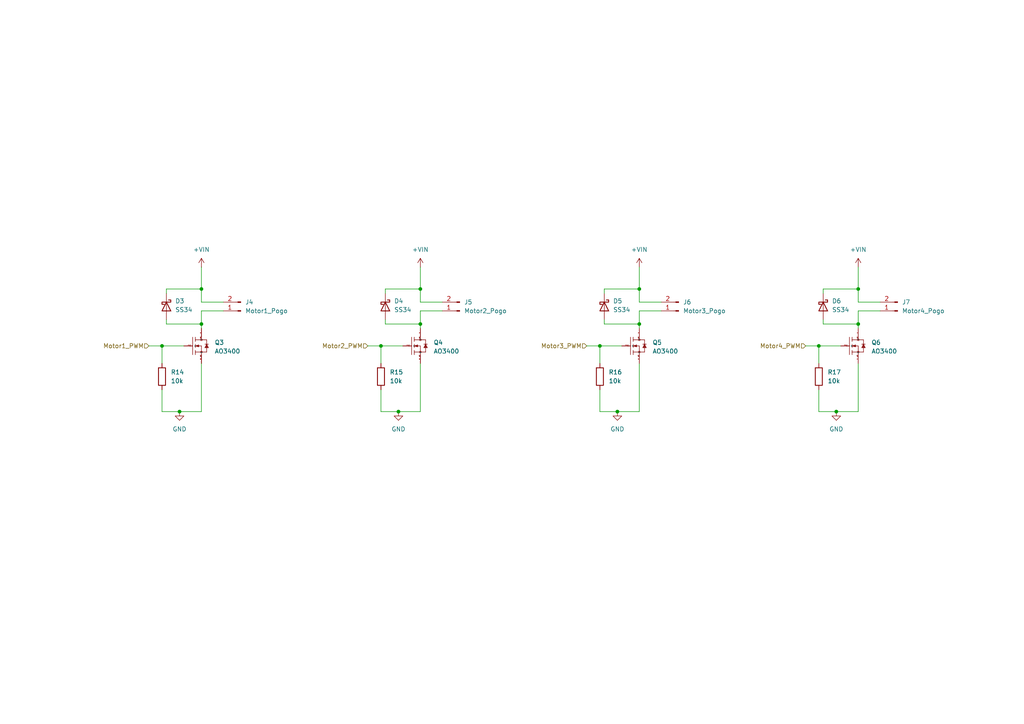
<source format=kicad_sch>
(kicad_sch (version 20250114) (generator "eeschema") (generator_version "9.0")
  (paper "A4")
  (title_block (title "Motor Driver Interface") (comment 1 "Anawach A."))
  (lib_symbols
    (symbol "Connector:Conn_01x02_Pin" (pin_names (offset 1.016) (hide yes))
      (property "Reference" "J" (at 0 2.54 0))
      (property "Value" "Conn_01x02_Pin" (at 0 -5.08 0))
      (symbol "Conn_01x02_Pin_1_1"
        (rectangle (start 0.8636 0.127) (end 0 -0.127) (stroke (width 0.1524)) (fill (type outline)))
        (rectangle (start 0.8636 -2.413) (end 0 -2.667) (stroke (width 0.1524)) (fill (type outline)))
        (polyline (pts (xy 1.27 0) (xy 0.8636 0)) (stroke (width 0.1524)))
        (polyline (pts (xy 1.27 -2.54) (xy 0.8636 -2.54)) (stroke (width 0.1524)))
        (pin passive line (at 5.08 0 180) (length 3.81) (name "Pin_1") (number "1"))
        (pin passive line (at 5.08 -2.54 180) (length 3.81) (name "Pin_2") (number "2"))
      )
    )
    (symbol "Device:R" (pin_numbers (hide yes)) (pin_names (offset 0))
      (property "Reference" "R" (at 2.032 0 90))
      (property "Value" "R" (at 0 0 90))
      (symbol "R_0_1"
        (rectangle (start -1.016 -2.54) (end 1.016 2.54) (stroke (width 0.254)))
      )
      (symbol "R_1_1"
        (pin passive line (at 0 3.81 270) (length 1.27) (name "~") (number "1"))
        (pin passive line (at 0 -3.81 90) (length 1.27) (name "~") (number "2"))
      )
    )
    (symbol "Diode:SS34" (pin_numbers (hide yes)) (pin_names (offset 1.016) (hide yes))
      (property "Reference" "D" (at 0 2.54 0))
      (property "Value" "SS34" (at 0 -2.54 0))
      (symbol "SS34_0_1"
        (polyline (pts (xy -1.905 0.635) (xy -1.905 1.27) (xy -1.27 1.27) (xy -1.27 -1.27) (xy -0.635 -1.27) (xy -0.635 -0.635)) (stroke (width 0.254)))
        (polyline (pts (xy 1.27 1.27) (xy 1.27 -1.27) (xy -1.27 0) (xy 1.27 1.27)) (stroke (width 0.254)))
        (polyline (pts (xy 1.27 0) (xy -1.27 0)))
      )
      (symbol "SS34_1_1"
        (pin passive line (at -3.81 0 0) (length 2.54) (name "K") (number "1"))
        (pin passive line (at 3.81 0 180) (length 2.54) (name "A") (number "2"))
      )
    )
    (symbol "mini_drone:AO3400"
      (property "Reference" "Q" (at 0 0 0))
      (property "Value" "AO3400" (at 0 0 0))
      (symbol "AO3400_1_0"
        (polyline (pts (xy 0 2.54) (xy 0 -2.54)))
        (polyline (pts (xy 0.762 2.54) (xy 0.762 1.778)))
        (polyline (pts (xy 0.762 1.778) (xy 0.762 1.27)))
        (polyline (pts (xy 0.762 1.778) (xy 4.064 1.778) (xy 4.064 1.778) (xy 4.064 1.778)))
        (polyline (pts (xy 0.762 0.508) (xy 0.762 0)))
        (polyline (pts (xy 0.762 0) (xy 0.762 -0.508)))
        (polyline (pts (xy 0.762 0) (xy 1.778 0.254)))
        (polyline (pts (xy 0.762 0) (xy 1.778 -0.254)))
        (polyline (pts (xy 0.762 -1.778) (xy 0.762 -1.27)))
        (polyline (pts (xy 0.762 -1.778) (xy 2.54 -1.778)))
        (polyline (pts (xy 0.762 -2.54) (xy 0.762 -1.778)))
        (polyline (pts (xy 1.016 0) (xy 0.762 0)))
        (polyline (pts (xy 1.016 0) (xy 1.778 -0.254)))
        (polyline (pts (xy 1.016 0) (xy 2.54 0)))
        (polyline (pts (xy 1.778 0.254) (xy 1.016 0)))
        (polyline (pts (xy 1.778 -0.254) (xy 1.27 0)))
        (polyline (pts (xy 1.778 -0.254) (xy 1.778 0.254)))
        (polyline (pts (xy 2.54 2.54) (xy 2.54 1.778)))
        (circle (center 2.54 1.778) (radius 0.254))
        (polyline (pts (xy 2.54 0) (xy 2.54 -1.778)))
        (polyline (pts (xy 2.54 -1.778) (xy 2.54 -2.54)))
        (circle (center 2.54 -1.778) (radius 0.254))
        (polyline (pts (xy 3.556 -0.508) (xy 4.064 0.508)))
        (polyline (pts (xy 3.81 -0.508) (xy 3.556 -0.508)))
        (polyline (pts (xy 4.064 1.778) (xy 4.064 0)))
        (polyline (pts (xy 4.064 0.508) (xy 3.556 0.508)))
        (polyline (pts (xy 4.064 0.508) (xy 4.572 -0.508)))
        (polyline (pts (xy 4.064 0) (xy 3.81 -0.254)))
        (polyline (pts (xy 4.064 0) (xy 3.81 -0.508)))
        (polyline (pts (xy 4.064 0) (xy 4.064 0.508)))
        (polyline (pts (xy 4.064 -0.254) (xy 4.064 -1.778)))
        (polyline (pts (xy 4.064 -1.778) (xy 2.54 -1.778)))
        (polyline (pts (xy 4.318 -0.254) (xy 4.064 0)))
        (polyline (pts (xy 4.318 -0.508) (xy 3.81 -0.508)))
        (polyline (pts (xy 4.318 -0.508) (xy 4.064 0)))
        (polyline (pts (xy 4.572 0.508) (xy 4.064 0.508)))
        (polyline (pts (xy 4.572 -0.508) (xy 4.318 -0.508)))
        (text "G" (at -1.016 -0.1016 0) (effects (font (size 0.381 0.381)) (justify left bottom)))
        (text "D" (at 2.032 2.159 0) (effects (font (size 0.381 0.381)) (justify left bottom)))
        (text "S" (at 2.032 -3.1496 0) (effects (font (size 0.381 0.381)) (justify left bottom)))
        (pin unspecified line (at -2.54 0 0) (length 2.54) (name "G") (number "1"))
        (pin unspecified line (at 2.54 5.08 270) (length 2.54) (name "D") (number "3"))
        (pin unspecified line (at 2.54 -5.08 90) (length 2.54) (name "S") (number "2"))
      )
    )
    (symbol "power:+BATT" (power) (pin_numbers (hide yes)) (pin_names (offset 0) (hide yes))
      (property "Value" "+BATT" (at 0 3.556 0))
      (symbol "+BATT_0_1"
        (polyline (pts (xy -0.762 1.27) (xy 0 2.54)))
        (polyline (pts (xy 0 2.54) (xy 0.762 1.27)))
        (polyline (pts (xy 0 0) (xy 0 2.54)))
      )
      (symbol "+BATT_1_1"
        (pin power_in line (at 0 0 90) (length 0) (name "~") (number "1"))
      )
    )
    (symbol "power:GND" (power) (pin_numbers (hide yes)) (pin_names (offset 0) (hide yes))
      (property "Value" "GND" (at 0 -3.81 0))
      (symbol "GND_0_1"
        (polyline (pts (xy 0 0) (xy 0 -1.27) (xy 1.27 -1.27) (xy 0 -2.54) (xy -1.27 -1.27) (xy 0 -1.27)))
      )
      (symbol "GND_1_1"
        (pin power_in line (at 0 0 270) (length 0) (name "~") (number "1"))
      )
    )
  )
  (junction (at 58.42 93.98))
  (junction (at 115.57 119.38))
  (junction (at 185.42 83.82))
  (junction (at 52.07 119.38))
  (junction (at 248.92 93.98))
  (junction (at 242.57 119.38))
  (junction (at 46.99 100.33))
  (junction (at 248.92 83.82))
  (junction (at 179.07 119.38))
  (junction (at 237.49 100.33))
  (junction (at 121.92 83.82))
  (junction (at 110.49 100.33))
  (junction (at 173.99 100.33))
  (junction (at 58.42 83.82))
  (junction (at 185.42 93.98))
  (junction (at 121.92 93.98))
  (wire (pts (xy 111.76 83.82) (xy 121.92 83.82)))
  (wire (pts (xy 185.42 90.17) (xy 191.77 90.17)))
  (wire (pts (xy 173.99 100.33) (xy 173.99 105.41)))
  (wire (pts (xy 248.92 93.98) (xy 248.92 95.25)))
  (wire (pts (xy 58.42 93.98) (xy 58.42 95.25)))
  (wire (pts (xy 121.92 119.38) (xy 121.92 105.41)))
  (wire (pts (xy 121.92 90.17) (xy 121.92 93.98)))
  (wire (pts (xy 248.92 119.38) (xy 248.92 105.41)))
  (wire (pts (xy 58.42 90.17) (xy 58.42 93.98)))
  (wire (pts (xy 106.68 100.33) (xy 110.49 100.33)))
  (wire (pts (xy 111.76 93.98) (xy 121.92 93.98)))
  (wire (pts (xy 46.99 100.33) (xy 46.99 105.41)))
  (wire (pts (xy 110.49 100.33) (xy 116.84 100.33)))
  (wire (pts (xy 175.26 93.98) (xy 185.42 93.98)))
  (wire (pts (xy 238.76 93.98) (xy 248.92 93.98)))
  (wire (pts (xy 48.26 93.98) (xy 48.26 92.71)))
  (wire (pts (xy 255.27 87.63) (xy 248.92 87.63)))
  (wire (pts (xy 237.49 100.33) (xy 243.84 100.33)))
  (wire (pts (xy 111.76 85.09) (xy 111.76 83.82)))
  (wire (pts (xy 46.99 113.03) (xy 46.99 119.38)))
  (wire (pts (xy 238.76 93.98) (xy 238.76 92.71)))
  (wire (pts (xy 248.92 77.47) (xy 248.92 83.82)))
  (wire (pts (xy 173.99 100.33) (xy 180.34 100.33)))
  (wire (pts (xy 242.57 119.38) (xy 248.92 119.38)))
  (wire (pts (xy 110.49 119.38) (xy 115.57 119.38)))
  (wire (pts (xy 58.42 87.63) (xy 58.42 83.82)))
  (wire (pts (xy 170.18 100.33) (xy 173.99 100.33)))
  (wire (pts (xy 115.57 119.38) (xy 121.92 119.38)))
  (wire (pts (xy 48.26 85.09) (xy 48.26 83.82)))
  (wire (pts (xy 237.49 119.38) (xy 242.57 119.38)))
  (wire (pts (xy 173.99 113.03) (xy 173.99 119.38)))
  (wire (pts (xy 175.26 85.09) (xy 175.26 83.82)))
  (wire (pts (xy 185.42 119.38) (xy 185.42 105.41)))
  (wire (pts (xy 121.92 87.63) (xy 121.92 83.82)))
  (wire (pts (xy 58.42 119.38) (xy 58.42 105.41)))
  (wire (pts (xy 237.49 113.03) (xy 237.49 119.38)))
  (wire (pts (xy 233.68 100.33) (xy 237.49 100.33)))
  (wire (pts (xy 52.07 119.38) (xy 58.42 119.38)))
  (wire (pts (xy 110.49 100.33) (xy 110.49 105.41)))
  (wire (pts (xy 248.92 90.17) (xy 248.92 93.98)))
  (wire (pts (xy 43.18 100.33) (xy 46.99 100.33)))
  (wire (pts (xy 173.99 119.38) (xy 179.07 119.38)))
  (wire (pts (xy 110.49 113.03) (xy 110.49 119.38)))
  (wire (pts (xy 191.77 87.63) (xy 185.42 87.63)))
  (wire (pts (xy 58.42 90.17) (xy 64.77 90.17)))
  (wire (pts (xy 64.77 87.63) (xy 58.42 87.63)))
  (wire (pts (xy 58.42 77.47) (xy 58.42 83.82)))
  (wire (pts (xy 185.42 90.17) (xy 185.42 93.98)))
  (wire (pts (xy 238.76 85.09) (xy 238.76 83.82)))
  (wire (pts (xy 248.92 90.17) (xy 255.27 90.17)))
  (wire (pts (xy 48.26 93.98) (xy 58.42 93.98)))
  (wire (pts (xy 248.92 87.63) (xy 248.92 83.82)))
  (wire (pts (xy 175.26 83.82) (xy 185.42 83.82)))
  (wire (pts (xy 175.26 93.98) (xy 175.26 92.71)))
  (wire (pts (xy 46.99 100.33) (xy 53.34 100.33)))
  (wire (pts (xy 185.42 87.63) (xy 185.42 83.82)))
  (wire (pts (xy 237.49 100.33) (xy 237.49 105.41)))
  (wire (pts (xy 238.76 83.82) (xy 248.92 83.82)))
  (wire (pts (xy 121.92 77.47) (xy 121.92 83.82)))
  (wire (pts (xy 121.92 93.98) (xy 121.92 95.25)))
  (wire (pts (xy 185.42 93.98) (xy 185.42 95.25)))
  (wire (pts (xy 48.26 83.82) (xy 58.42 83.82)))
  (wire (pts (xy 111.76 93.98) (xy 111.76 92.71)))
  (wire (pts (xy 46.99 119.38) (xy 52.07 119.38)))
  (wire (pts (xy 179.07 119.38) (xy 185.42 119.38)))
  (wire (pts (xy 128.27 87.63) (xy 121.92 87.63)))
  (wire (pts (xy 121.92 90.17) (xy 128.27 90.17)))
  (wire (pts (xy 185.42 77.47) (xy 185.42 83.82)))
  (hierarchical_label "Motor1_PWM" (shape input) (at 43.18 100.33 180))
  (hierarchical_label "Motor2_PWM" (shape input) (at 106.68 100.33 180))
  (hierarchical_label "Motor3_PWM" (shape input) (at 170.18 100.33 180))
  (hierarchical_label "Motor4_PWM" (shape input) (at 233.68 100.33 180))
  (symbol (lib_id "power:GND") (at 52.07 119.38 0) (unit 1)
    (property "Reference" "#PWR035" (effects (hide yes)))
    (property "Value" "GND" (at 52.07 124.46 0))
    (property "Description" "Power symbol creates a global label with name \"GND\" , ground" (effects (hide yes)))
  )
  (symbol (lib_id "mini_drone:AO3400") (at 182.88 100.33 0) (unit 1)
    (property "Reference" "Q5" (at 189.23 99.3378 0) (effects (justify left)))
    (property "Value" "AO3400" (at 189.23 101.8778 0) (effects (justify left)))
    (property "Footprint" "mini_drone:SOT-23-3_L2.9-W1.3-P1.90-LS2.4-BR" (effects (hide yes)))
    (property "Datasheet" "https://item.szlcsc.com/datasheet/AO3400/192487.html" (effects (hide yes)))
    (property "Description" "Number:1 N-Channel Drain to Source Voltage:30V Current - Continuous Drain(Id):5.8A RDS(on):28mΩ@10V,5.8A Pd - Power Dissipation:1.4W Gate Threshold Voltage (Vgs(th)):1.45V@250uA Gate Charge(Qg):7nC@4.5V Input Capacitance(Ciss):630pF Reverse Transfer Capac" (effects (hide yes)))
    (property "Manufacturer Part" "AO3400" (effects (hide yes)))
    (property "Manufacturer" "Hottech(合科泰)" (effects (hide yes)))
    (property "Supplier Part" "C181090" (effects (hide yes)))
    (property "Supplier" "LCSC" (effects (hide yes)))
    (property "LCSC Part Name" "1个N沟道 耐压:30V 电流:5.8A" (effects (hide yes)))
    (property "LCSC Part #" "C20917 " (effects (hide yes)))
  )
  (symbol (lib_id "Device:R") (at 237.49 109.22 180) (unit 1)
    (property "Reference" "R17" (at 240.03 107.9499 0) (effects (justify right)))
    (property "Value" "10k" (at 240.03 110.4899 0) (effects (justify right)))
    (property "Footprint" "Capacitor_SMD:C_0402_1005Metric" (effects (hide yes)))
    (property "Description" "Resistor" (effects (hide yes)))
    (property "LCSC Part #" " C25531" (effects (hide yes)))
  )
  (symbol (lib_id "mini_drone:AO3400") (at 119.38 100.33 0) (unit 1)
    (property "Reference" "Q4" (at 125.73 99.3378 0) (effects (justify left)))
    (property "Value" "AO3400" (at 125.73 101.8778 0) (effects (justify left)))
    (property "Footprint" "mini_drone:SOT-23-3_L2.9-W1.3-P1.90-LS2.4-BR" (effects (hide yes)))
    (property "Datasheet" "https://item.szlcsc.com/datasheet/AO3400/192487.html" (effects (hide yes)))
    (property "Description" "Number:1 N-Channel Drain to Source Voltage:30V Current - Continuous Drain(Id):5.8A RDS(on):28mΩ@10V,5.8A Pd - Power Dissipation:1.4W Gate Threshold Voltage (Vgs(th)):1.45V@250uA Gate Charge(Qg):7nC@4.5V Input Capacitance(Ciss):630pF Reverse Transfer Capac" (effects (hide yes)))
    (property "Manufacturer Part" "AO3400" (effects (hide yes)))
    (property "Manufacturer" "Hottech(合科泰)" (effects (hide yes)))
    (property "Supplier Part" "C181090" (effects (hide yes)))
    (property "Supplier" "LCSC" (effects (hide yes)))
    (property "LCSC Part Name" "1个N沟道 耐压:30V 电流:5.8A" (effects (hide yes)))
    (property "LCSC Part #" "C20917 " (effects (hide yes)))
  )
  (symbol (lib_id "Connector:Conn_01x02_Pin") (at 69.85 90.17 180) (unit 1)
    (property "Reference" "J4" (at 71.12 87.6299 0) (effects (justify right)))
    (property "Value" "Motor1_Pogo" (at 71.12 90.1699 0) (effects (justify right)))
    (property "Description" "Generic connector, single row, 01x02, script generated" (effects (hide yes)))
  )
  (symbol (lib_id "Connector:Conn_01x02_Pin") (at 133.35 90.17 180) (unit 1)
    (property "Reference" "J5" (at 134.62 87.6299 0) (effects (justify right)))
    (property "Value" "Motor2_Pogo" (at 134.62 90.1699 0) (effects (justify right)))
    (property "Description" "Generic connector, single row, 01x02, script generated" (effects (hide yes)))
  )
  (symbol (lib_id "power:GND") (at 179.07 119.38 0) (unit 1)
    (property "Reference" "#PWR039" (effects (hide yes)))
    (property "Value" "GND" (at 179.07 124.46 0))
    (property "Description" "Power symbol creates a global label with name \"GND\" , ground" (effects (hide yes)))
  )
  (symbol (lib_id "Connector:Conn_01x02_Pin") (at 196.85 90.17 180) (unit 1)
    (property "Reference" "J6" (at 198.12 87.6299 0) (effects (justify right)))
    (property "Value" "Motor3_Pogo" (at 198.12 90.1699 0) (effects (justify right)))
    (property "Description" "Generic connector, single row, 01x02, script generated" (effects (hide yes)))
  )
  (symbol (lib_id "mini_drone:AO3400") (at 246.38 100.33 0) (unit 1)
    (property "Reference" "Q6" (at 252.73 99.3378 0) (effects (justify left)))
    (property "Value" "AO3400" (at 252.73 101.8778 0) (effects (justify left)))
    (property "Footprint" "mini_drone:SOT-23-3_L2.9-W1.3-P1.90-LS2.4-BR" (effects (hide yes)))
    (property "Datasheet" "https://item.szlcsc.com/datasheet/AO3400/192487.html" (effects (hide yes)))
    (property "Description" "Number:1 N-Channel Drain to Source Voltage:30V Current - Continuous Drain(Id):5.8A RDS(on):28mΩ@10V,5.8A Pd - Power Dissipation:1.4W Gate Threshold Voltage (Vgs(th)):1.45V@250uA Gate Charge(Qg):7nC@4.5V Input Capacitance(Ciss):630pF Reverse Transfer Capac" (effects (hide yes)))
    (property "Manufacturer Part" "AO3400" (effects (hide yes)))
    (property "Manufacturer" "Hottech(合科泰)" (effects (hide yes)))
    (property "Supplier Part" "C181090" (effects (hide yes)))
    (property "Supplier" "LCSC" (effects (hide yes)))
    (property "LCSC Part Name" "1个N沟道 耐压:30V 电流:5.8A" (effects (hide yes)))
    (property "LCSC Part #" "C20917 " (effects (hide yes)))
  )
  (symbol (lib_id "mini_drone:AO3400") (at 55.88 100.33 0) (unit 1)
    (property "Reference" "Q3" (at 62.23 99.3378 0) (effects (justify left)))
    (property "Value" "AO3400" (at 62.23 101.8778 0) (effects (justify left)))
    (property "Footprint" "mini_drone:SOT-23-3_L2.9-W1.3-P1.90-LS2.4-BR" (effects (hide yes)))
    (property "Datasheet" "https://item.szlcsc.com/datasheet/AO3400/192487.html" (effects (hide yes)))
    (property "Description" "Number:1 N-Channel Drain to Source Voltage:30V Current - Continuous Drain(Id):5.8A RDS(on):28mΩ@10V,5.8A Pd - Power Dissipation:1.4W Gate Threshold Voltage (Vgs(th)):1.45V@250uA Gate Charge(Qg):7nC@4.5V Input Capacitance(Ciss):630pF Reverse Transfer Capac" (effects (hide yes)))
    (property "Manufacturer Part" "AO3400" (effects (hide yes)))
    (property "Manufacturer" "Hottech(合科泰)" (effects (hide yes)))
    (property "Supplier Part" "C181090" (effects (hide yes)))
    (property "Supplier" "LCSC" (effects (hide yes)))
    (property "LCSC Part Name" "1个N沟道 耐压:30V 电流:5.8A" (effects (hide yes)))
    (property "LCSC Part #" "C20917 " (effects (hide yes)))
  )
  (symbol (lib_id "power:GND") (at 242.57 119.38 0) (unit 1)
    (property "Reference" "#PWR041" (effects (hide yes)))
    (property "Value" "GND" (at 242.57 124.46 0))
    (property "Description" "Power symbol creates a global label with name \"GND\" , ground" (effects (hide yes)))
  )
  (symbol (lib_id "Device:R") (at 173.99 109.22 180) (unit 1)
    (property "Reference" "R16" (at 176.53 107.9499 0) (effects (justify right)))
    (property "Value" "10k" (at 176.53 110.4899 0) (effects (justify right)))
    (property "Footprint" "Capacitor_SMD:C_0402_1005Metric" (effects (hide yes)))
    (property "Description" "Resistor" (effects (hide yes)))
    (property "LCSC Part #" " C25531" (effects (hide yes)))
  )
  (symbol (lib_id "Diode:SS34") (at 111.76 88.9 270) (unit 1)
    (property "Reference" "D4" (at 114.3 87.3124 90) (effects (justify left)))
    (property "Value" "SS34" (at 114.3 89.8524 90) (effects (justify left)))
    (property "Footprint" "Diode_SMD:D_SMA" (effects (hide yes)))
    (property "Datasheet" "https://www.vishay.com/docs/88751/ss32.pdf" (effects (hide yes)))
    (property "Description" "40V 3A Schottky Diode, SMA" (effects (hide yes)))
    (property "LCSC Part #" "C8678" (effects (hide yes)))
  )
  (symbol (lib_id "Diode:SS34") (at 175.26 88.9 270) (unit 1)
    (property "Reference" "D5" (at 177.8 87.3124 90) (effects (justify left)))
    (property "Value" "SS34" (at 177.8 89.8524 90) (effects (justify left)))
    (property "Footprint" "Diode_SMD:D_SMA" (effects (hide yes)))
    (property "Datasheet" "https://www.vishay.com/docs/88751/ss32.pdf" (effects (hide yes)))
    (property "Description" "40V 3A Schottky Diode, SMA" (effects (hide yes)))
    (property "LCSC Part #" "C8678" (effects (hide yes)))
  )
  (symbol (lib_id "Diode:SS34") (at 48.26 88.9 270) (unit 1)
    (property "Reference" "D3" (at 50.8 87.3124 90) (effects (justify left)))
    (property "Value" "SS34" (at 50.8 89.8524 90) (effects (justify left)))
    (property "Footprint" "Diode_SMD:D_SMA" (effects (hide yes)))
    (property "Datasheet" "https://www.vishay.com/docs/88751/ss32.pdf" (effects (hide yes)))
    (property "Description" "40V 3A Schottky Diode, SMA" (effects (hide yes)))
    (property "LCSC Part #" "C8678" (effects (hide yes)))
  )
  (symbol (lib_id "Diode:SS34") (at 238.76 88.9 270) (unit 1)
    (property "Reference" "D6" (at 241.3 87.3124 90) (effects (justify left)))
    (property "Value" "SS34" (at 241.3 89.8524 90) (effects (justify left)))
    (property "Footprint" "Diode_SMD:D_SMA" (effects (hide yes)))
    (property "Datasheet" "https://www.vishay.com/docs/88751/ss32.pdf" (effects (hide yes)))
    (property "Description" "40V 3A Schottky Diode, SMA" (effects (hide yes)))
    (property "LCSC Part #" "C8678" (effects (hide yes)))
  )
  (symbol (lib_id "power:GND") (at 115.57 119.38 0) (unit 1)
    (property "Reference" "#PWR037" (effects (hide yes)))
    (property "Value" "GND" (at 115.57 124.46 0))
    (property "Description" "Power symbol creates a global label with name \"GND\" , ground" (effects (hide yes)))
  )
  (symbol (lib_id "power:+BATT") (at 185.42 77.47 0) (unit 1)
    (property "Reference" "#PWR038" (effects (hide yes)))
    (property "Value" "+VIN" (at 185.42 72.39 0))
    (property "Description" "Power symbol creates a global label with name \"+BATT\"" (effects (hide yes)))
  )
  (symbol (lib_id "power:+BATT") (at 248.92 77.47 0) (unit 1)
    (property "Reference" "#PWR040" (effects (hide yes)))
    (property "Value" "+VIN" (at 248.92 72.39 0))
    (property "Description" "Power symbol creates a global label with name \"+BATT\"" (effects (hide yes)))
  )
  (symbol (lib_id "Device:R") (at 46.99 109.22 180) (unit 1)
    (property "Reference" "R14" (at 49.53 107.9499 0) (effects (justify right)))
    (property "Value" "10k" (at 49.53 110.4899 0) (effects (justify right)))
    (property "Footprint" "Capacitor_SMD:C_0402_1005Metric" (effects (hide yes)))
    (property "Description" "Resistor" (effects (hide yes)))
    (property "LCSC Part #" " C25531" (effects (hide yes)))
  )
  (symbol (lib_id "power:+BATT") (at 121.92 77.47 0) (unit 1)
    (property "Reference" "#PWR036" (effects (hide yes)))
    (property "Value" "+VIN" (at 121.92 72.39 0))
    (property "Description" "Power symbol creates a global label with name \"+BATT\"" (effects (hide yes)))
  )
  (symbol (lib_id "power:+BATT") (at 58.42 77.47 0) (unit 1)
    (property "Reference" "#PWR049" (effects (hide yes)))
    (property "Value" "+VIN" (at 58.42 72.39 0))
    (property "Description" "Power symbol creates a global label with name \"+BATT\"" (effects (hide yes)))
  )
  (symbol (lib_id "Connector:Conn_01x02_Pin") (at 260.35 90.17 180) (unit 1)
    (property "Reference" "J7" (at 261.62 87.6299 0) (effects (justify right)))
    (property "Value" "Motor4_Pogo" (at 261.62 90.1699 0) (effects (justify right)))
    (property "Description" "Generic connector, single row, 01x02, script generated" (effects (hide yes)))
  )
  (symbol (lib_id "Device:R") (at 110.49 109.22 180) (unit 1)
    (property "Reference" "R15" (at 113.03 107.9499 0) (effects (justify right)))
    (property "Value" "10k" (at 113.03 110.4899 0) (effects (justify right)))
    (property "Footprint" "Capacitor_SMD:C_0402_1005Metric" (effects (hide yes)))
    (property "Description" "Resistor" (effects (hide yes)))
    (property "LCSC Part #" " C25531" (effects (hide yes)))
  )
)
</source>
